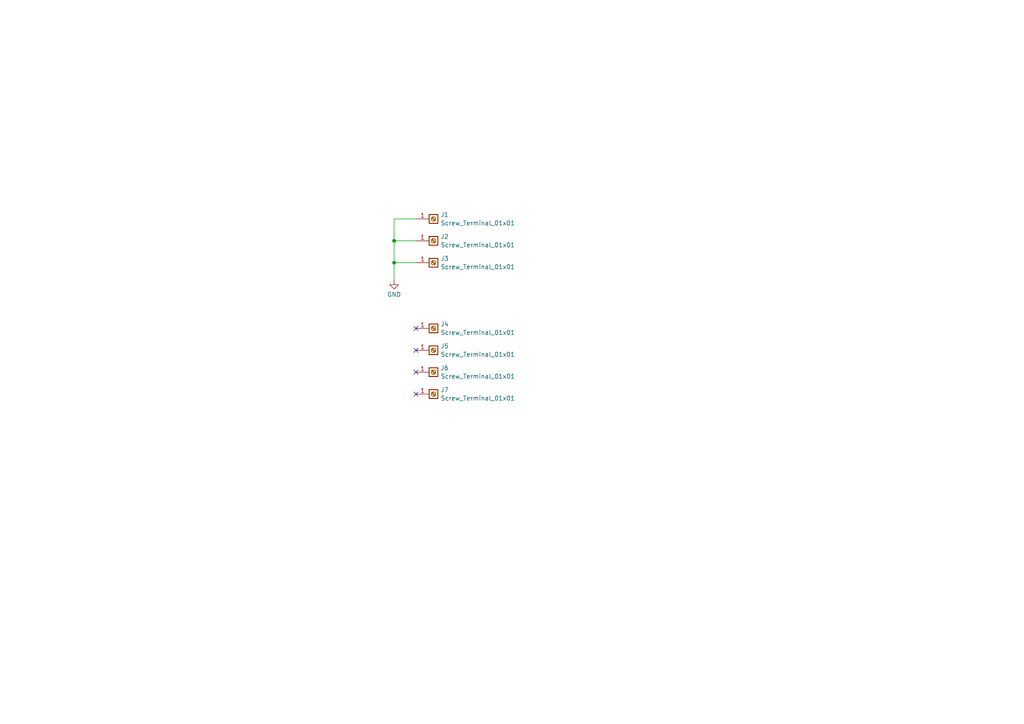
<source format=kicad_sch>
(kicad_sch (version 20231120) (generator "eeschema") (generator_version "8.0")
  (paper "A4")
  (lib_symbols
    (symbol "Connector:Screw_Terminal_01x01" (pin_names (offset 1.016) hide)
      (property "Reference" "J" (at 0 2.54 0))
      (property "Value" "Screw_Terminal_01x01" (at 0 -2.54 0))
      (symbol "Screw_Terminal_01x01_1_1"
        (rectangle (start -1.27 1.27) (end 1.27 -1.27) (stroke (width 0.254)) (fill (type background)))
        (polyline (pts (xy -0.5334 0.3302) (xy 0.3302 -0.508)) (stroke (width 0.1524)))
        (polyline (pts (xy -0.3556 0.508) (xy 0.508 -0.3302)) (stroke (width 0.1524)))
        (circle (center 0 0) (radius 0.635) (stroke (width 0.1524)))
        (pin passive line (at -5.08 0 0) (length 3.81) (name "Pin_1") (number "1"))
      )
    )
    (symbol "power:GND" (power) (pin_numbers hide) (pin_names (offset 0) hide)
      (property "Value" "GND" (at 0 -3.81 0))
      (symbol "GND_0_1"
        (polyline (pts (xy 0 0) (xy 0 -1.27) (xy 1.27 -1.27) (xy 0 -2.54) (xy -1.27 -1.27) (xy 0 -1.27)))
      )
      (symbol "GND_1_1"
        (pin power_in line (at 0 0 270) (length 0) (name "~") (number "1"))
      )
    )
  )
  (junction (at 114.3 69.85))
  (junction (at 114.3 76.2))
  (no_connect (at 120.65 114.3))
  (no_connect (at 120.65 101.6))
  (no_connect (at 120.65 95.25))
  (no_connect (at 120.65 107.95))
  (wire (pts (xy 114.3 63.5) (xy 120.65 63.5)))
  (wire (pts (xy 114.3 76.2) (xy 120.65 76.2)))
  (wire (pts (xy 114.3 76.2) (xy 114.3 69.85)))
  (wire (pts (xy 114.3 69.85) (xy 114.3 63.5)))
  (wire (pts (xy 114.3 81.28) (xy 114.3 76.2)))
  (wire (pts (xy 114.3 69.85) (xy 120.65 69.85)))
  (symbol (lib_id "Connector:Screw_Terminal_01x01") (at 125.73 101.6 0) (unit 1)
    (property "Reference" "J5" (at 127.762 100.3878 0) (effects (justify left)))
    (property "Value" "Screw_Terminal_01x01" (at 127.762 102.8121 0) (effects (justify left)))
    (property "Footprint" "Custom_FP:Wider_M3" (effects (hide yes)))
    (property "Description" "Generic screw terminal, single row, 01x01, script generated (kicad-library-utils/schlib/autogen/connector/)" (effects (hide yes)))
  )
  (symbol (lib_id "power:GND") (at 114.3 81.28 0) (unit 1)
    (property "Reference" "#PWR01" (effects (hide yes)))
    (property "Value" "GND" (at 114.3 85.4131 0))
    (property "Description" "Power symbol creates a global label with name \"GND\" , ground" (effects (hide yes)))
  )
  (symbol (lib_id "Connector:Screw_Terminal_01x01") (at 125.73 107.95 0) (unit 1)
    (property "Reference" "J6" (at 127.762 106.7378 0) (effects (justify left)))
    (property "Value" "Screw_Terminal_01x01" (at 127.762 109.1621 0) (effects (justify left)))
    (property "Footprint" "Custom_FP:Wider_M3" (effects (hide yes)))
    (property "Description" "Generic screw terminal, single row, 01x01, script generated (kicad-library-utils/schlib/autogen/connector/)" (effects (hide yes)))
  )
  (symbol (lib_id "Connector:Screw_Terminal_01x01") (at 125.73 95.25 0) (unit 1)
    (property "Reference" "J4" (at 127.762 94.0378 0) (effects (justify left)))
    (property "Value" "Screw_Terminal_01x01" (at 127.762 96.4621 0) (effects (justify left)))
    (property "Footprint" "Custom_FP:Wider_M3" (effects (hide yes)))
    (property "Description" "Generic screw terminal, single row, 01x01, script generated (kicad-library-utils/schlib/autogen/connector/)" (effects (hide yes)))
  )
  (symbol (lib_id "Connector:Screw_Terminal_01x01") (at 125.73 69.85 0) (unit 1)
    (property "Reference" "J2" (at 127.762 68.6378 0) (effects (justify left)))
    (property "Value" "Screw_Terminal_01x01" (at 127.762 71.0621 0) (effects (justify left)))
    (property "Footprint" "Custom_FP:JackHole_3.5mm" (effects (hide yes)))
    (property "Description" "Generic screw terminal, single row, 01x01, script generated (kicad-library-utils/schlib/autogen/connector/)" (effects (hide yes)))
  )
  (symbol (lib_id "Connector:Screw_Terminal_01x01") (at 125.73 114.3 0) (unit 1)
    (property "Reference" "J7" (at 127.762 113.0878 0) (effects (justify left)))
    (property "Value" "Screw_Terminal_01x01" (at 127.762 115.5121 0) (effects (justify left)))
    (property "Footprint" "Custom_FP:Wider_M3" (effects (hide yes)))
    (property "Description" "Generic screw terminal, single row, 01x01, script generated (kicad-library-utils/schlib/autogen/connector/)" (effects (hide yes)))
  )
  (symbol (lib_id "Connector:Screw_Terminal_01x01") (at 125.73 63.5 0) (unit 1)
    (property "Reference" "J1" (at 127.762 62.2878 0) (effects (justify left)))
    (property "Value" "Screw_Terminal_01x01" (at 127.762 64.7121 0) (effects (justify left)))
    (property "Footprint" "Custom_FP:JackHole_3.5mm" (effects (hide yes)))
    (property "Description" "Generic screw terminal, single row, 01x01, script generated (kicad-library-utils/schlib/autogen/connector/)" (effects (hide yes)))
  )
  (symbol (lib_id "Connector:Screw_Terminal_01x01") (at 125.73 76.2 0) (unit 1)
    (property "Reference" "J3" (at 127.762 74.9878 0) (effects (justify left)))
    (property "Value" "Screw_Terminal_01x01" (at 127.762 77.4121 0) (effects (justify left)))
    (property "Footprint" "Custom_FP:JackHole_3.5mm" (effects (hide yes)))
    (property "Description" "Generic screw terminal, single row, 01x01, script generated (kicad-library-utils/schlib/autogen/connector/)" (effects (hide yes)))
  )
)
</source>
